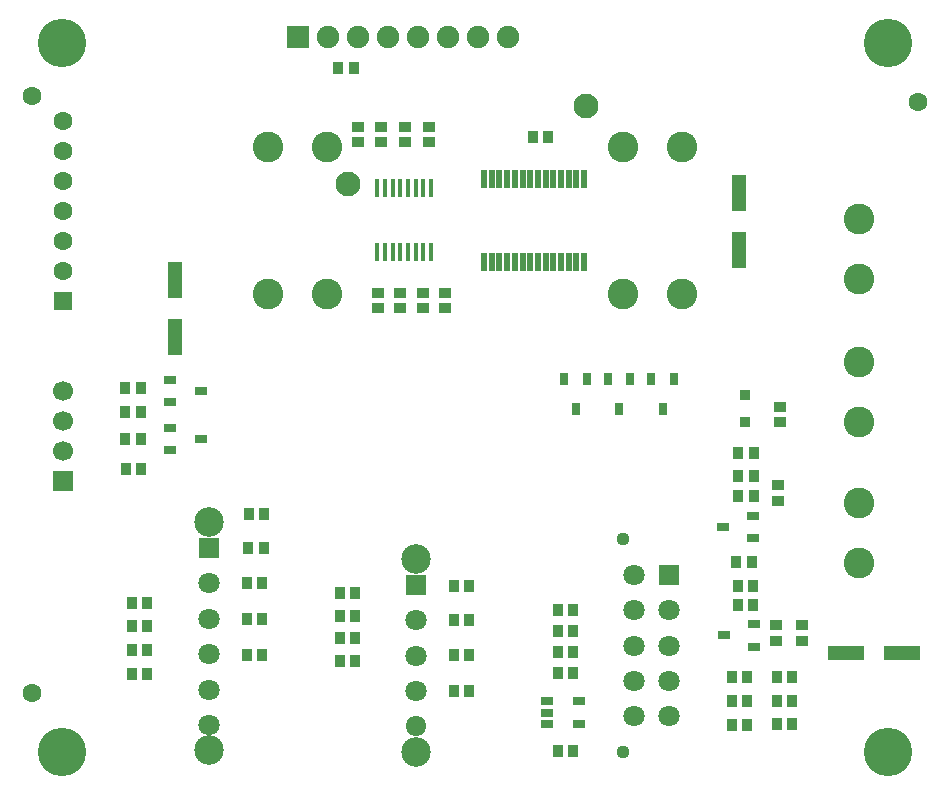
<source format=gts>
G04*
G04 #@! TF.GenerationSoftware,Altium Limited,Altium Designer,24.8.2 (39)*
G04*
G04 Layer_Color=8388736*
%FSAX44Y44*%
%MOMM*%
G71*
G04*
G04 #@! TF.SameCoordinates,797AAC5B-F729-46B2-8772-93C60BB36BBD*
G04*
G04*
G04 #@! TF.FilePolarity,Negative*
G04*
G01*
G75*
%ADD26R,0.9000X0.9000*%
%ADD27R,1.0500X0.6500*%
%ADD28R,1.3000X3.1000*%
%ADD29R,0.9000X1.1000*%
%ADD30R,1.1000X0.9000*%
%ADD31C,2.1000*%
%ADD32R,3.1000X1.3000*%
%ADD33R,0.6500X1.0500*%
%ADD34C,1.6000*%
%ADD35R,1.1000X0.7000*%
%ADD36R,0.4500X1.5000*%
%ADD37R,0.5500X1.5500*%
%ADD38C,1.1200*%
%ADD39C,1.8000*%
%ADD40R,1.8000X1.8000*%
%ADD41R,1.6000X1.6000*%
%ADD42C,1.7000*%
%ADD43R,1.7000X1.7000*%
%ADD44R,1.9000X1.9000*%
%ADD45C,1.9000*%
%ADD46C,4.1000*%
%ADD47C,2.6000*%
%ADD48C,2.5000*%
%ADD49R,1.8000X1.7000*%
%ADD50O,1.8000X1.7000*%
D26*
X00628396Y00328930D02*
D03*
Y00351930D02*
D03*
D27*
X00167640Y00314960D02*
D03*
X00141640Y00305460D02*
D03*
Y00324460D02*
D03*
X00167640Y00355600D02*
D03*
X00141640Y00346100D02*
D03*
Y00365100D02*
D03*
X00635762Y00230682D02*
D03*
Y00249682D02*
D03*
X00609762Y00240182D02*
D03*
X00636570Y00139090D02*
D03*
Y00158090D02*
D03*
X00610570Y00148590D02*
D03*
D28*
X00146050Y00449320D02*
D03*
Y00401320D02*
D03*
X00623570Y00475240D02*
D03*
Y00523240D02*
D03*
D29*
X00622508Y00174752D02*
D03*
X00635508D02*
D03*
X00621238Y00211074D02*
D03*
X00634238D02*
D03*
X00636016Y00266700D02*
D03*
X00623016D02*
D03*
X00623062Y00302768D02*
D03*
X00636062D02*
D03*
X00117140Y00289560D02*
D03*
X00104140D02*
D03*
X00116840Y00314960D02*
D03*
X00103840D02*
D03*
X00116840Y00337820D02*
D03*
X00103840D02*
D03*
X00116840Y00358140D02*
D03*
X00103840D02*
D03*
X00482900Y00116840D02*
D03*
X00469900D02*
D03*
X00221280Y00251460D02*
D03*
X00208280D02*
D03*
X00220980Y00222250D02*
D03*
X00207980D02*
D03*
X00219710Y00193040D02*
D03*
X00206710D02*
D03*
X00219710Y00162560D02*
D03*
X00206710D02*
D03*
X00219710Y00132080D02*
D03*
X00206710D02*
D03*
X00394970Y00190500D02*
D03*
X00381970D02*
D03*
X00394970Y00161290D02*
D03*
X00381970D02*
D03*
X00394970Y00132080D02*
D03*
X00381970D02*
D03*
X00394970Y00101600D02*
D03*
X00381970D02*
D03*
X00284180Y00628650D02*
D03*
X00297180D02*
D03*
X00623016Y00283972D02*
D03*
X00636016D02*
D03*
X00622300Y00190500D02*
D03*
X00635300D02*
D03*
X00668560Y00073410D02*
D03*
X00655560D02*
D03*
Y00093410D02*
D03*
X00668560D02*
D03*
X00655560Y00113410D02*
D03*
X00668560D02*
D03*
X00617460Y00113100D02*
D03*
X00630460D02*
D03*
Y00093100D02*
D03*
X00617460D02*
D03*
Y00073100D02*
D03*
X00630460D02*
D03*
X00482900Y00050800D02*
D03*
X00469900D02*
D03*
Y00134620D02*
D03*
X00482900D02*
D03*
Y00152400D02*
D03*
X00469900D02*
D03*
X00483000Y00170000D02*
D03*
X00470000D02*
D03*
X00298750Y00127000D02*
D03*
X00285750D02*
D03*
X00298750Y00146050D02*
D03*
X00285750D02*
D03*
X00298750Y00165100D02*
D03*
X00285750D02*
D03*
X00298750Y00184150D02*
D03*
X00285750D02*
D03*
X00122210Y00116270D02*
D03*
X00109210D02*
D03*
X00122210Y00136270D02*
D03*
X00109210D02*
D03*
X00122210Y00156270D02*
D03*
X00109210D02*
D03*
X00122210Y00176270D02*
D03*
X00109210D02*
D03*
X00448922Y00570992D02*
D03*
X00461922D02*
D03*
D30*
X00655066Y00144226D02*
D03*
Y00157226D02*
D03*
X00677164Y00144226D02*
D03*
Y00157226D02*
D03*
X00657860Y00328930D02*
D03*
Y00341930D02*
D03*
X00656590Y00262590D02*
D03*
Y00275590D02*
D03*
X00374650Y00438450D02*
D03*
Y00425450D02*
D03*
X00355600D02*
D03*
Y00438450D02*
D03*
X00336550Y00425450D02*
D03*
Y00438450D02*
D03*
X00317500D02*
D03*
Y00425450D02*
D03*
X00360680Y00579420D02*
D03*
Y00566420D02*
D03*
X00340360D02*
D03*
Y00579420D02*
D03*
X00320040Y00566420D02*
D03*
Y00579420D02*
D03*
X00300990D02*
D03*
Y00566420D02*
D03*
D31*
X00494284Y00596900D02*
D03*
X00292100Y00530860D02*
D03*
D32*
X00713870Y00133350D02*
D03*
X00761870D02*
D03*
D33*
X00485140Y00340060D02*
D03*
X00475640Y00366060D02*
D03*
X00494640D02*
D03*
X00558800Y00340060D02*
D03*
X00549300Y00366060D02*
D03*
X00568300D02*
D03*
X00521970Y00340060D02*
D03*
X00512470Y00366060D02*
D03*
X00531470D02*
D03*
D34*
X00775000Y00600000D02*
D03*
X00025000Y00100000D02*
D03*
Y00605000D02*
D03*
X00050800Y00533300D02*
D03*
Y00507900D02*
D03*
Y00482500D02*
D03*
Y00457100D02*
D03*
Y00558700D02*
D03*
Y00584200D02*
D03*
D35*
X00487680Y00092660D02*
D03*
Y00073660D02*
D03*
X00460680D02*
D03*
Y00083160D02*
D03*
Y00092660D02*
D03*
D36*
X00362750Y00527000D02*
D03*
X00356250D02*
D03*
X00349750D02*
D03*
X00343250D02*
D03*
X00336750D02*
D03*
X00330250D02*
D03*
X00323750D02*
D03*
X00317250D02*
D03*
X00362750Y00473000D02*
D03*
X00356250D02*
D03*
X00349750D02*
D03*
X00343250D02*
D03*
X00336750D02*
D03*
X00330250D02*
D03*
X00323750D02*
D03*
X00317250D02*
D03*
D37*
X00492250Y00535250D02*
D03*
X00485750D02*
D03*
X00479250D02*
D03*
X00472750D02*
D03*
X00466250D02*
D03*
X00459750D02*
D03*
X00453250D02*
D03*
X00446750D02*
D03*
X00440250D02*
D03*
X00433750D02*
D03*
X00427250D02*
D03*
X00420750D02*
D03*
X00414250D02*
D03*
X00407750D02*
D03*
X00492250Y00464750D02*
D03*
X00485750D02*
D03*
X00479250D02*
D03*
X00472750D02*
D03*
X00466250D02*
D03*
X00459750D02*
D03*
X00453250D02*
D03*
X00446750D02*
D03*
X00440250D02*
D03*
X00433750D02*
D03*
X00427250D02*
D03*
X00420750D02*
D03*
X00414250D02*
D03*
X00407750D02*
D03*
D38*
X00525000Y00230000D02*
D03*
Y00050000D02*
D03*
D39*
X00564400Y00170000D02*
D03*
Y00140000D02*
D03*
Y00110000D02*
D03*
Y00080000D02*
D03*
X00534400Y00170000D02*
D03*
Y00140000D02*
D03*
Y00110000D02*
D03*
Y00080000D02*
D03*
Y00200000D02*
D03*
X00350000Y00161500D02*
D03*
Y00131500D02*
D03*
Y00101500D02*
D03*
X00175000Y00102770D02*
D03*
Y00132770D02*
D03*
Y00162770D02*
D03*
Y00192770D02*
D03*
Y00072770D02*
D03*
D40*
X00564400Y00200000D02*
D03*
D41*
X00050800Y00431700D02*
D03*
D42*
Y00355600D02*
D03*
Y00330200D02*
D03*
Y00304800D02*
D03*
D43*
Y00279400D02*
D03*
D44*
X00250190Y00655066D02*
D03*
D45*
X00275590D02*
D03*
X00300990D02*
D03*
X00326390D02*
D03*
X00351790D02*
D03*
X00377190D02*
D03*
X00402590D02*
D03*
X00427990D02*
D03*
D46*
X00750000Y00050000D02*
D03*
X00050000D02*
D03*
X00750000Y00650000D02*
D03*
X00050000Y00650000D02*
D03*
D47*
X00725170Y00260350D02*
D03*
Y00209550D02*
D03*
X00525000Y00562500D02*
D03*
Y00437500D02*
D03*
X00575000Y00562500D02*
D03*
Y00437500D02*
D03*
X00225000Y00562500D02*
D03*
Y00437500D02*
D03*
X00275000Y00562500D02*
D03*
Y00437500D02*
D03*
X00725000Y00450000D02*
D03*
Y00500800D02*
D03*
X00725170Y00328930D02*
D03*
Y00379730D02*
D03*
D48*
X00350000Y00050000D02*
D03*
Y00213000D02*
D03*
X00175000Y00244270D02*
D03*
Y00051270D02*
D03*
D49*
X00350000Y00191500D02*
D03*
X00175000Y00222770D02*
D03*
D50*
X00350000Y00071500D02*
D03*
M02*

</source>
